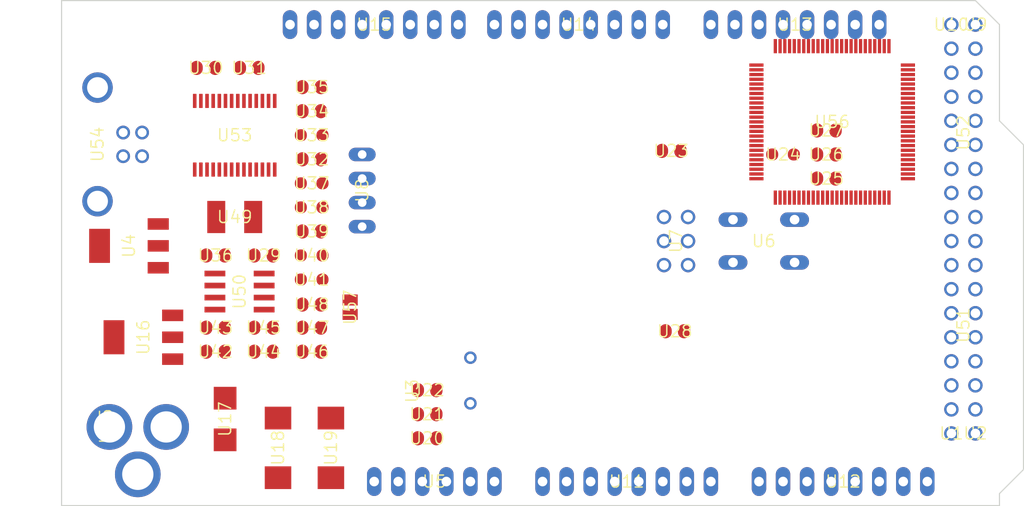
<source format=kicad_pcb>
(kicad_pcb (version 20221018) (generator pcbnew)
  (layers (0 "F.Cu" signal "Top") (31 "B.Cu" signal "Bottom") (34 "B.Paste" user) (35 "F.Paste" user) (36 "B.SilkS" user "B.Silkscreen") (37 "F.SilkS" user "F.Silkscreen") (38 "B.Mask" user) (39 "F.Mask" user) (44 "Edge.Cuts" user))
  (net 0 "")
  (net 1 "+5V")
  (net 2 "GND")
  (net 3 "N$6")
  (net 4 "N$7")
  (net 5 "AREF")
  (net 6 "RESET")
  (net 7 "VIN")
  (net 8 "N$3")
  (net 9 "PWRIN")
  (net 10 "M8RXD")
  (net 11 "M8TXD")
  (net 12 "ADC0")
  (net 13 "ADC2")
  (net 14 "ADC1")
  (net 15 "ADC3")
  (net 16 "ADC4")
  (net 17 "ADC5")
  (net 18 "ADC6")
  (net 19 "ADC7")
  (net 20 "+3V3")
  (net 21 "SDA")
  (net 22 "SCL")
  (net 23 "ADC9")
  (net 24 "ADC8")
  (net 25 "ADC10")
  (net 26 "ADC11")
  (net 27 "ADC12")
  (net 28 "ADC13")
  (net 29 "ADC14")
  (net 30 "ADC15")
  (net 31 "PB3")
  (net 32 "PB2")
  (net 33 "PB1")
  (net 34 "PB5")
  (net 35 "PB4")
  (net 36 "PE5")
  (net 37 "PE4")
  (net 38 "PE3")
  (net 39 "PE1")
  (net 40 "PE0")
  (net 41 "N$15")
  (net 42 "N$53")
  (net 43 "N$54")
  (net 44 "N$55")
  (net 45 "D-")
  (net 46 "D+")
  (net 47 "N$60")
  (net 48 "DTR")
  (net 49 "USBVCC")
  (net 50 "N$2")
  (net 51 "N$4")
  (net 52 "GATE_CMD")
  (net 53 "CMP")
  (net 54 "PB6")
  (net 55 "PH3")
  (net 56 "PH4")
  (net 57 "PH5")
  (net 58 "PH6")
  (net 59 "PG5")
  (net 60 "RXD1")
  (net 61 "TXD1")
  (net 62 "RXD2")
  (net 63 "RXD3")
  (net 64 "TXD2")
  (net 65 "TXD3")
  (net 66 "PC0")
  (net 67 "PC1")
  (net 68 "PC2")
  (net 69 "PC3")
  (net 70 "PC4")
  (net 71 "PC5")
  (net 72 "PC6")
  (net 73 "PC7")
  (net 74 "PB0")
  (net 75 "PG0")
  (net 76 "PG1")
  (net 77 "PG2")
  (net 78 "PD7")
  (net 79 "PA0")
  (net 80 "PA1")
  (net 81 "PA2")
  (net 82 "PA3")
  (net 83 "PA4")
  (net 84 "PA5")
  (net 85 "PA6")
  (net 86 "PA7")
  (net 87 "PL0")
  (net 88 "PL1")
  (net 89 "PL2")
  (net 90 "PL3")
  (net 91 "PL4")
  (net 92 "PL5")
  (net 93 "PL6")
  (net 94 "PL7")
  (net 95 "PB7")
  (net 96 "CTS")
  (net 97 "DSR")
  (net 98 "DCD")
  (net 99 "RI")
  (footprint "Arduino_MEGA_Reference_Design:2X03" (layer "F.Cu") (at 162.5981 103.7336 -90)
    (fp_text reference "U7")
    (fp_text value "")
  )
  (footprint "Arduino_MEGA_Reference_Design:1X08" (layer "F.Cu") (at 152.3111 80.8736 180)
    (fp_text reference "U14")
    (fp_text value "")
  )
  (footprint "Arduino_MEGA_Reference_Design:1X08" (layer "F.Cu") (at 130.7211 80.8736 180)
    (fp_text reference "U15")
    (fp_text value "")
  )
  (footprint "Arduino_MEGA_Reference_Design:SMC_D" (layer "F.Cu") (at 120.5611 125.5776 -90)
    (fp_text reference "U18")
    (fp_text value "")
  )
  (footprint "Arduino_MEGA_Reference_Design:SMC_D" (layer "F.Cu") (at 126.1491 125.5776 -90)
    (fp_text reference "U19")
    (fp_text value "")
  )
  (footprint "Arduino_MEGA_Reference_Design:B3F-10XX" (layer "F.Cu") (at 171.8691 103.7336 180)
    (fp_text reference "U6")
    (fp_text value "")
  )
  (footprint "Arduino_MEGA_Reference_Design:0805RND" (layer "F.Cu") (at 173.9011 94.5896 180)
    (fp_text reference "U24")
    (fp_text value "")
  )
  (footprint "Arduino_MEGA_Reference_Design:SMB" (layer "F.Cu") (at 114.9731 122.5296 -90)
    (fp_text reference "U17")
    (fp_text value "")
  )
  (footprint "Arduino_MEGA_Reference_Design:DC-21MM" (layer "F.Cu") (at 103.0351 123.2916 90)
    (fp_text reference "U55")
    (fp_text value "")
  )
  (footprint "Arduino_MEGA_Reference_Design:HC49_S" (layer "F.Cu") (at 140.8811 118.4656 90)
    (fp_text reference "U3")
    (fp_text value "")
  )
  (footprint "Arduino_MEGA_Reference_Design:SOT223" (layer "F.Cu") (at 106.3371 113.8936 90)
    (fp_text reference "U16")
    (fp_text value "")
  )
  (footprint "Arduino_MEGA_Reference_Design:1X06" (layer "F.Cu") (at 137.0711 129.1336)
    (fp_text reference "U5")
    (fp_text value "")
  )
  (footprint "Arduino_MEGA_Reference_Design:C0805RND" (layer "F.Cu") (at 124.1171 87.4776)
    (fp_text reference "U35")
    (fp_text value "")
  )
  (footprint "Arduino_MEGA_Reference_Design:C0805RND" (layer "F.Cu") (at 162.4711 113.2586)
    (fp_text reference "U28")
    (fp_text value "")
  )
  (footprint "Arduino_MEGA_Reference_Design:C0805RND" (layer "F.Cu") (at 136.3091 122.0216)
    (fp_text reference "U21")
    (fp_text value "")
  )
  (footprint "Arduino_MEGA_Reference_Design:C0805RND" (layer "F.Cu") (at 136.3091 119.4816)
    (fp_text reference "U22")
    (fp_text value "")
  )
  (footprint "Arduino_MEGA_Reference_Design:C0805RND" (layer "F.Cu") (at 113.9571 112.8776)
    (fp_text reference "U43")
    (fp_text value "")
  )
  (footprint "Arduino_MEGA_Reference_Design:RCL_0805RND" (layer "F.Cu") (at 124.1171 105.2576)
    (fp_text reference "U40")
    (fp_text value "")
  )
  (footprint "Arduino_MEGA_Reference_Design:RCL_0805RND" (layer "F.Cu") (at 124.1171 107.7976)
    (fp_text reference "U41")
    (fp_text value "")
  )
  (footprint "Arduino_MEGA_Reference_Design:1X08" (layer "F.Cu") (at 157.3911 129.1336)
    (fp_text reference "U11")
    (fp_text value "")
  )
  (footprint "Arduino_MEGA_Reference_Design:1X08" (layer "F.Cu") (at 175.1711 80.8736 180)
    (fp_text reference "U13")
    (fp_text value "")
  )
  (footprint "Arduino_MEGA_Reference_Design:R0805RND" (layer "F.Cu") (at 178.4731 94.5896 180)
    (fp_text reference "U26")
    (fp_text value "")
  )
  (footprint "Arduino_MEGA_Reference_Design:R0805RND" (layer "F.Cu") (at 178.4731 92.0496 180)
    (fp_text reference "U27")
    (fp_text value "")
  )
  (footprint "Arduino_MEGA_Reference_Design:TQFP100" (layer "F.Cu") (at 179.0896759033203 91.14759826660156 0)
    (fp_text reference "U56")
    (fp_text value "")
  )
  (footprint "Arduino_MEGA_Reference_Design:C0805RND" (layer "F.Cu") (at 162.0901 94.2086 180)
    (fp_text reference "U23")
    (fp_text value "")
  )
  (footprint "Arduino_MEGA_Reference_Design:C0805RND" (layer "F.Cu") (at 136.3091 124.5616)
    (fp_text reference "U20")
    (fp_text value "")
  )
  (footprint "Arduino_MEGA_Reference_Design:1X08" (layer "F.Cu") (at 180.2511 129.1336)
    (fp_text reference "U12")
    (fp_text value "")
  )
  (footprint "Arduino_MEGA_Reference_Design:R0805RND" (layer "F.Cu") (at 124.1171 112.8776)
    (fp_text reference "U47")
    (fp_text value "")
  )
  (footprint "Arduino_MEGA_Reference_Design:C0805RND" (layer "F.Cu") (at 124.1171 115.4176)
    (fp_text reference "U46")
    (fp_text value "")
  )
  (footprint "Arduino_MEGA_Reference_Design:C0805RND" (layer "F.Cu") (at 113.9571 105.2576)
    (fp_text reference "U36")
    (fp_text value "")
  )
  (footprint "Arduino_MEGA_Reference_Design:C0805RND" (layer "F.Cu") (at 112.9411 85.4456)
    (fp_text reference "U30")
    (fp_text value "")
  )
  (footprint "Arduino_MEGA_Reference_Design:0805RND" (layer "F.Cu") (at 124.1171 100.1776 180)
    (fp_text reference "U38")
    (fp_text value "")
  )
  (footprint "Arduino_MEGA_Reference_Design:0805RND" (layer "F.Cu") (at 124.1171 97.6376 180)
    (fp_text reference "U37")
    (fp_text value "")
  )
  (footprint "Arduino_MEGA_Reference_Design:R0805RND" (layer "F.Cu") (at 124.1171 95.0976)
    (fp_text reference "U32")
    (fp_text value "")
  )
  (footprint "Arduino_MEGA_Reference_Design:R0805RND" (layer "F.Cu") (at 124.1171 102.7176)
    (fp_text reference "U39")
    (fp_text value "")
  )
  (footprint "Arduino_MEGA_Reference_Design:SSOP28" (layer "F.Cu") (at 115.9891 92.5576)
    (fp_text reference "U53")
    (fp_text value "")
  )
  (footprint "Arduino_MEGA_Reference_Design:PN61729" (layer "F.Cu") (at 98.9584 93.5228 -90)
    (fp_text reference "U54")
    (fp_text value "")
  )
  (footprint "Arduino_MEGA_Reference_Design:L1812" (layer "F.Cu") (at 115.9891 101.1936)
    (fp_text reference "U49")
    (fp_text value "")
  )
  (footprint "Arduino_MEGA_Reference_Design:C0805RND" (layer "F.Cu") (at 117.5131 85.4456)
    (fp_text reference "U31")
    (fp_text value "")
  )
  (footprint "Arduino_MEGA_Reference_Design:0805RND" (layer "F.Cu") (at 124.1171 92.5576 180)
    (fp_text reference "U33")
    (fp_text value "")
  )
  (footprint "Arduino_MEGA_Reference_Design:R0805RND" (layer "F.Cu") (at 124.1171 90.0176 180)
    (fp_text reference "U34")
    (fp_text value "")
  )
  (footprint "Arduino_MEGA_Reference_Design:C0805RND" (layer "F.Cu") (at 124.1171 110.4392 180)
    (fp_text reference "U48")
    (fp_text value "")
  )
  (footprint "Arduino_MEGA_Reference_Design:SOT223" (layer "F.Cu") (at 104.8131 104.2416 90)
    (fp_text reference "U4")
    (fp_text value "")
  )
  (footprint "Arduino_MEGA_Reference_Design:SO08" (layer "F.Cu") (at 116.4971 109.0676 -90)
    (fp_text reference "U50")
    (fp_text value "")
  )
  (footprint "Arduino_MEGA_Reference_Design:R0805RND" (layer "F.Cu") (at 113.9571 115.4176 180)
    (fp_text reference "U42")
    (fp_text value "")
  )
  (footprint "Arduino_MEGA_Reference_Design:R0805RND" (layer "F.Cu") (at 119.0371 112.8776 180)
    (fp_text reference "U45")
    (fp_text value "")
  )
  (footprint "Arduino_MEGA_Reference_Design:C0805RND" (layer "F.Cu") (at 119.0371 115.4176 180)
    (fp_text reference "U44")
    (fp_text value "")
  )
  (footprint "Arduino_MEGA_Reference_Design:C0805RND" (layer "F.Cu") (at 119.0371 105.2576)
    (fp_text reference "U29")
    (fp_text value "")
  )
  (footprint "Arduino_MEGA_Reference_Design:2X08" (layer "F.Cu") (at 192.9511 92.3036 90)
    (fp_text reference "U52")
    (fp_text value "")
  )
  (footprint "Arduino_MEGA_Reference_Design:2X08" (layer "F.Cu") (at 192.9511 112.6236 90)
    (fp_text reference "U51")
    (fp_text value "")
  )
  (footprint "Arduino_MEGA_Reference_Design:R0805RND" (layer "F.Cu") (at 178.4731 97.1296 180)
    (fp_text reference "U25")
    (fp_text value "")
  )
  (footprint "Arduino_MEGA_Reference_Design:1X01" (layer "F.Cu") (at 191.6811 80.8736)
    (fp_text reference "U10")
    (fp_text value "")
  )
  (footprint "Arduino_MEGA_Reference_Design:1X01" (layer "F.Cu") (at 194.2211 80.8736)
    (fp_text reference "U9")
    (fp_text value "")
  )
  (footprint "Arduino_MEGA_Reference_Design:1X01" (layer "F.Cu") (at 191.6811 124.0536)
    (fp_text reference "U1")
    (fp_text value "")
  )
  (footprint "Arduino_MEGA_Reference_Design:1X01" (layer "F.Cu") (at 194.2211 124.0536)
    (fp_text reference "U2")
    (fp_text value "")
  )
  (footprint "Arduino_MEGA_Reference_Design:SJ" (layer "F.Cu") (at 128.1811 110.7186 -90)
    (fp_text reference "U57")
    (fp_text value "")
  )
  (footprint "Arduino_MEGA_Reference_Design:JP4" (layer "F.Cu") (at 129.4511 98.3996 -90)
    (fp_text reference "U8")
    (fp_text value "")
  )
  (gr_line (start 196.7611 80.8736) (end 196.7611 91.0336) (layer "Edge.Cuts") (width 0.12))
  (gr_line (start 196.7611 130.4036) (end 196.7611 131.6736) (layer "Edge.Cuts") (width 0.12))
  (gr_line (start 194.2211 78.3336) (end 196.7611 80.8736) (layer "Edge.Cuts") (width 0.12))
  (gr_line (start 97.7011 78.3336) (end 194.2211 78.3336) (layer "Edge.Cuts") (width 0.12))
  (gr_line (start 196.7611 91.0336) (end 199.3011 93.5736) (layer "Edge.Cuts") (width 0.12))
  (gr_line (start 97.7011 131.6736) (end 97.7011 78.3336) (layer "Edge.Cuts") (width 0.12))
  (gr_line (start 196.7611 131.6736) (end 97.7011 131.6736) (layer "Edge.Cuts") (width 0.12))
  (gr_line (start 199.3011 93.5736) (end 199.3011 127.8636) (layer "Edge.Cuts") (width 0.12))
  (gr_line (start 199.3011 127.8636) (end 196.7611 130.4036) (layer "Edge.Cuts") (width 0.12))
)
</source>
